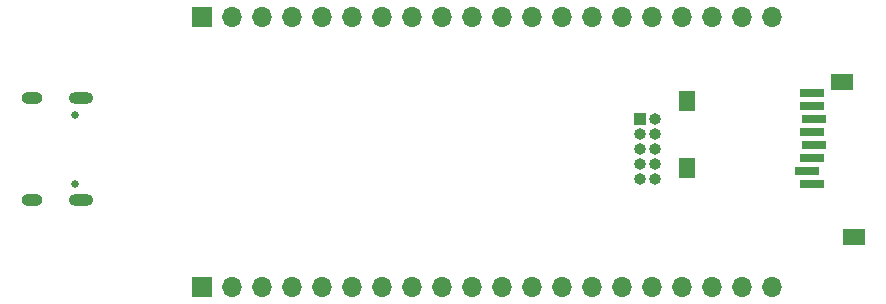
<source format=gbs>
%TF.GenerationSoftware,KiCad,Pcbnew,5.1.9+dfsg1-1*%
%TF.CreationDate,2022-01-14T18:58:44-05:00*%
%TF.ProjectId,samd51j18a,73616d64-3531-46a3-9138-612e6b696361,rev?*%
%TF.SameCoordinates,Original*%
%TF.FileFunction,Soldermask,Bot*%
%TF.FilePolarity,Negative*%
%FSLAX46Y46*%
G04 Gerber Fmt 4.6, Leading zero omitted, Abs format (unit mm)*
G04 Created by KiCad (PCBNEW 5.1.9+dfsg1-1) date 2022-01-14 18:58:44*
%MOMM*%
%LPD*%
G01*
G04 APERTURE LIST*
%ADD10O,1.700000X1.700000*%
%ADD11R,1.700000X1.700000*%
%ADD12O,0.650000X0.650000*%
%ADD13O,1.800000X1.000000*%
%ADD14O,2.100000X1.000000*%
%ADD15O,1.000000X1.000000*%
%ADD16R,1.000000X1.000000*%
%ADD17R,1.900000X1.400000*%
%ADD18R,2.000000X0.800000*%
%ADD19R,1.400000X1.800000*%
G04 APERTURE END LIST*
D10*
%TO.C,J4*%
X165100000Y-63500000D03*
X162560000Y-63500000D03*
X160020000Y-63500000D03*
X157480000Y-63500000D03*
X154940000Y-63500000D03*
X152400000Y-63500000D03*
X149860000Y-63500000D03*
X147320000Y-63500000D03*
X144780000Y-63500000D03*
X142240000Y-63500000D03*
X139700000Y-63500000D03*
X137160000Y-63500000D03*
X134620000Y-63500000D03*
X132080000Y-63500000D03*
X129540000Y-63500000D03*
X127000000Y-63500000D03*
X124460000Y-63500000D03*
X121920000Y-63500000D03*
X119380000Y-63500000D03*
D11*
X116840000Y-63500000D03*
%TD*%
D10*
%TO.C,J1*%
X165100000Y-86360000D03*
X162560000Y-86360000D03*
X160020000Y-86360000D03*
X157480000Y-86360000D03*
X154940000Y-86360000D03*
X152400000Y-86360000D03*
X149860000Y-86360000D03*
X147320000Y-86360000D03*
X144780000Y-86360000D03*
X142240000Y-86360000D03*
X139700000Y-86360000D03*
X137160000Y-86360000D03*
X134620000Y-86360000D03*
X132080000Y-86360000D03*
X129540000Y-86360000D03*
X127000000Y-86360000D03*
X124460000Y-86360000D03*
X121920000Y-86360000D03*
X119380000Y-86360000D03*
D11*
X116840000Y-86360000D03*
%TD*%
D12*
%TO.C,USB C*%
X106065000Y-77629500D03*
X106065000Y-71849500D03*
D13*
X102385000Y-79059500D03*
X102385000Y-70419500D03*
D14*
X106565000Y-70419500D03*
X106565000Y-79059500D03*
%TD*%
D15*
%TO.C,DEBUG*%
X155130500Y-77216000D03*
X153860500Y-77216000D03*
X155130500Y-75946000D03*
X153860500Y-75946000D03*
X155130500Y-74676000D03*
X153860500Y-74676000D03*
X155130500Y-73406000D03*
X153860500Y-73406000D03*
X155130500Y-72136000D03*
D16*
X153860500Y-72136000D03*
%TD*%
D17*
%TO.C,MICRO SD*%
X172020000Y-82180000D03*
X171020000Y-69030000D03*
D18*
X168420000Y-77680000D03*
X168020000Y-76580000D03*
X168420000Y-75480000D03*
X168620000Y-74380000D03*
X168420000Y-73280000D03*
X168620000Y-72180000D03*
X168420000Y-71080000D03*
X168420000Y-69980000D03*
D19*
X157870000Y-76330000D03*
X157870000Y-70630000D03*
%TD*%
M02*

</source>
